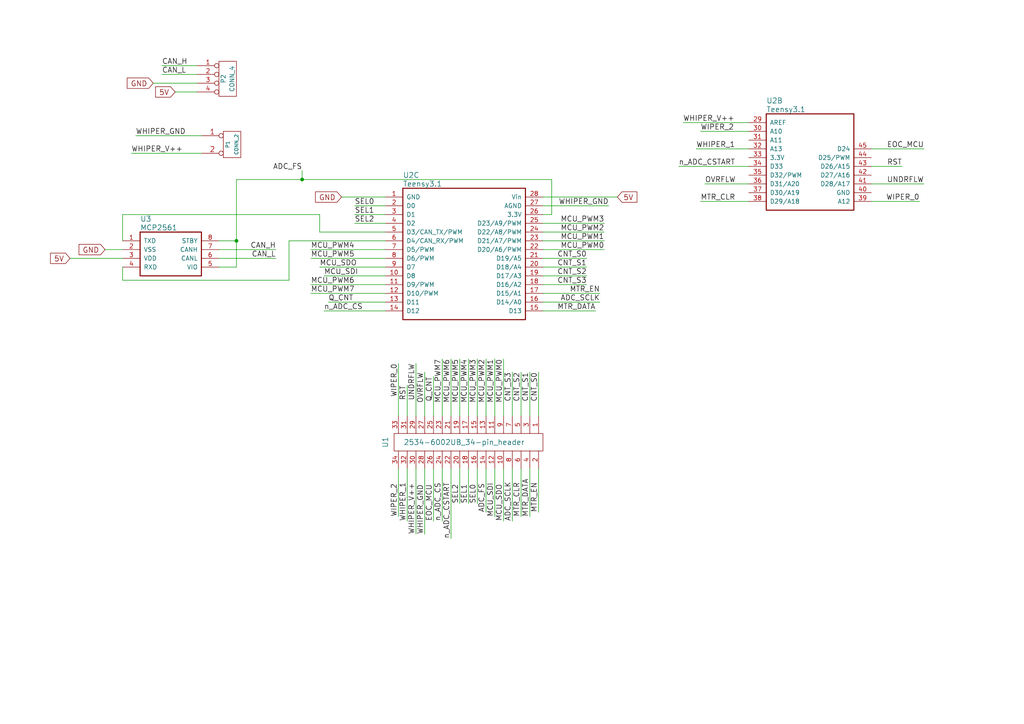
<source format=kicad_sch>
(kicad_sch (version 20230121) (generator eeschema)
  (paper "A4")
  (lib_symbols
    (symbol "arm_breakout-rescue:2534-6002UB_34-pin_header" (pin_names (offset 1.016))
      (property "Reference" "U" (at 0 -26.67 0))
      (property "Value" "2534-6002UB_34-pin_header" (at 0 -3.81 90))
      (symbol "2534-6002UB_34-pin_header_0_1"
        (rectangle (start -2.54 19.05) (end 2.54 -24.13))
      )
      (symbol "2534-6002UB_34-pin_header_1_1"
        (pin input line (at -7.62 17.78 0) (length 5.08) (name "~") (number "1"))
        (pin input line (at 7.62 7.62 180) (length 5.08) (name "~") (number "10"))
        (pin input line (at -7.62 5.08 0) (length 5.08) (name "~") (number "11"))
        (pin input line (at 7.62 5.08 180) (length 5.08) (name "~") (number "12"))
        (pin input line (at -7.62 2.54 0) (length 5.08) (name "~") (number "13"))
        (pin input line (at 7.62 2.54 180) (length 5.08) (name "~") (number "14"))
        (pin input line (at -7.62 0 0) (length 5.08) (name "~") (number "15"))
        (pin input line (at 7.62 0 180) (length 5.08) (name "~") (number "16"))
        (pin input line (at -7.62 -2.54 0) (length 5.08) (name "~") (number "17"))
        (pin input line (at 7.62 -2.54 180) (length 5.08) (name "~") (number "18"))
        (pin input line (at -7.62 -5.08 0) (length 5.08) (name "~") (number "19"))
        (pin input line (at 7.62 17.78 180) (length 5.08) (name "~") (number "2"))
        (pin input line (at 7.62 -5.08 180) (length 5.08) (name "~") (number "20"))
        (pin input line (at -7.62 -7.62 0) (length 5.08) (name "~") (number "21"))
        (pin input line (at 7.62 -7.62 180) (length 5.08) (name "~") (number "22"))
        (pin input line (at -7.62 -10.16 0) (length 5.08) (name "~") (number "23"))
        (pin input line (at 7.62 -10.16 180) (length 5.08) (name "~") (number "24"))
        (pin input line (at -7.62 -12.7 0) (length 5.08) (name "~") (number "25"))
        (pin input line (at 7.62 -12.7 180) (length 5.08) (name "~") (number "26"))
        (pin input line (at -7.62 -15.24 0) (length 5.08) (name "~") (number "27"))
        (pin input line (at 7.62 -15.24 180) (length 5.08) (name "~") (number "28"))
        (pin input line (at -7.62 -17.78 0) (length 5.08) (name "~") (number "29"))
        (pin input line (at -7.62 15.24 0) (length 5.08) (name "~") (number "3"))
        (pin input line (at 7.62 -17.78 180) (length 5.08) (name "~") (number "30"))
        (pin input line (at -7.62 -20.32 0) (length 5.08) (name "~") (number "31"))
        (pin input line (at 7.62 -20.32 180) (length 5.08) (name "~") (number "32"))
        (pin input line (at -7.62 -22.86 0) (length 5.08) (name "~") (number "33"))
        (pin input line (at 7.62 -22.86 180) (length 5.08) (name "~") (number "34"))
        (pin input line (at 7.62 15.24 180) (length 5.08) (name "~") (number "4"))
        (pin input line (at -7.62 12.7 0) (length 5.08) (name "~") (number "5"))
        (pin input line (at 7.62 12.7 180) (length 5.08) (name "~") (number "6"))
        (pin input line (at -7.62 10.16 0) (length 5.08) (name "~") (number "7"))
        (pin input line (at 7.62 10.16 180) (length 5.08) (name "~") (number "8"))
        (pin input line (at -7.62 7.62 0) (length 5.08) (name "~") (number "9"))
      )
    )
    (symbol "arm_breakout-rescue:CONN_2" (pin_names (offset 1.016) hide)
      (property "Reference" "P" (at -1.27 0 90))
      (property "Value" "CONN_2" (at 1.27 0 90))
      (symbol "CONN_2_0_1"
        (rectangle (start -2.54 3.81) (end 2.54 -3.81))
      )
      (symbol "CONN_2_1_1"
        (pin passive inverted (at -8.89 2.54 0) (length 6.35) (name "P1") (number "1"))
        (pin passive inverted (at -8.89 -2.54 0) (length 6.35) (name "PM") (number "2"))
      )
    )
    (symbol "arm_breakout-rescue:CONN_4" (pin_names (offset 1.016) hide)
      (property "Reference" "P" (at -1.27 0 90))
      (property "Value" "CONN_4" (at 1.27 0 90))
      (symbol "CONN_4_0_1"
        (rectangle (start -2.54 5.08) (end 2.54 -5.08))
      )
      (symbol "CONN_4_1_1"
        (pin passive inverted (at -8.89 3.81 0) (length 6.35) (name "P1") (number "1"))
        (pin passive inverted (at -8.89 1.27 0) (length 6.35) (name "P2") (number "2"))
        (pin passive inverted (at -8.89 -1.27 0) (length 6.35) (name "P3") (number "3"))
        (pin passive inverted (at -8.89 -3.81 0) (length 6.35) (name "P4") (number "4"))
      )
    )
    (symbol "arm_breakout:MCP2561" (pin_names (offset 1.016))
      (property "Reference" "U" (at -8.89 8.89 0))
      (property "Value" "MCP2561" (at -8.89 6.35 0))
      (symbol "MCP2561_1_1"
        (rectangle (start -8.89 5.08) (end 8.89 -7.62) (stroke (width 0.3048)))
        (pin bidirectional line (at -13.97 2.54 0) (length 5.08) (name "TXD") (number "1"))
        (pin bidirectional line (at -13.97 0 0) (length 5.08) (name "VSS") (number "2"))
        (pin bidirectional line (at -13.97 -2.54 0) (length 5.08) (name "VDD") (number "3"))
        (pin bidirectional line (at -13.97 -5.08 0) (length 5.08) (name "RXD") (number "4"))
        (pin bidirectional line (at 13.97 -5.08 180) (length 5.08) (name "VIO") (number "5"))
        (pin bidirectional line (at 13.97 -2.54 180) (length 5.08) (name "CANL") (number "6"))
        (pin bidirectional line (at 13.97 0 180) (length 5.08) (name "CANH") (number "7"))
        (pin bidirectional line (at 13.97 2.54 180) (length 5.08) (name "STBY") (number "8"))
      )
    )
    (symbol "arm_breakout:Teensy3.1" (pin_names (offset 1.016))
      (property "Reference" "U" (at 5.08 6.35 0))
      (property "Value" "Teensy3.1" (at 5.08 3.81 0))
      (symbol "Teensy3.1_1_1"
        (rectangle (start 5.08 2.54) (end 20.32 -10.16) (stroke (width 0.3048)))
        (pin bidirectional line (at 7.62 -15.24 90) (length 5.08) (name "DAC/A14") (number "46"))
        (pin bidirectional line (at 10.16 -15.24 90) (length 5.08) (name "Program") (number "47"))
        (pin bidirectional line (at 12.7 -15.24 90) (length 5.08) (name "GND") (number "48"))
        (pin bidirectional line (at 15.24 -15.24 90) (length 5.08) (name "3.3V") (number "49"))
        (pin bidirectional line (at 17.78 -15.24 90) (length 5.08) (name "Vbat") (number "50"))
      )
      (symbol "Teensy3.1_2_1"
        (rectangle (start 5.08 2.54) (end 30.48 -25.4) (stroke (width 0.3048)))
        (pin bidirectional line (at 0 0 0) (length 5.08) (name "AREF") (number "29"))
        (pin bidirectional line (at 0 -2.54 0) (length 5.08) (name "A10") (number "30"))
        (pin bidirectional line (at 0 -5.08 0) (length 5.08) (name "A11") (number "31"))
        (pin bidirectional line (at 0 -7.62 0) (length 5.08) (name "A13") (number "32"))
        (pin bidirectional line (at 0 -10.16 0) (length 5.08) (name "3.3V") (number "33"))
        (pin bidirectional line (at 0 -12.7 0) (length 5.08) (name "D33") (number "34"))
        (pin bidirectional line (at 0 -15.24 0) (length 5.08) (name "D32/PWM") (number "35"))
        (pin bidirectional line (at 0 -17.78 0) (length 5.08) (name "D31/A20") (number "36"))
        (pin bidirectional line (at 0 -20.32 0) (length 5.08) (name "D30/A19") (number "37"))
        (pin bidirectional line (at 0 -22.86 0) (length 5.08) (name "D29/A18") (number "38"))
        (pin bidirectional line (at 35.56 -22.86 180) (length 5.08) (name "A12") (number "39"))
        (pin bidirectional line (at 35.56 -20.32 180) (length 5.08) (name "GND") (number "40"))
        (pin bidirectional line (at 35.56 -17.78 180) (length 5.08) (name "D28/A17") (number "41"))
        (pin bidirectional line (at 35.56 -15.24 180) (length 5.08) (name "D27/A16") (number "42"))
        (pin bidirectional line (at 35.56 -12.7 180) (length 5.08) (name "D26/A15") (number "43"))
        (pin bidirectional line (at 35.56 -10.16 180) (length 5.08) (name "D25/PWM") (number "44"))
        (pin bidirectional line (at 35.56 -7.62 180) (length 5.08) (name "D24") (number "45"))
      )
      (symbol "Teensy3.1_3_1"
        (rectangle (start 5.08 2.54) (end 40.64 -35.56) (stroke (width 0.3048)))
        (pin bidirectional line (at 0 0 0) (length 5.08) (name "GND") (number "1"))
        (pin bidirectional line (at 0 -22.86 0) (length 5.08) (name "D8") (number "10"))
        (pin bidirectional line (at 0 -25.4 0) (length 5.08) (name "D9/PWM") (number "11"))
        (pin bidirectional line (at 0 -27.94 0) (length 5.08) (name "D10/PWM") (number "12"))
        (pin bidirectional line (at 0 -30.48 0) (length 5.08) (name "D11") (number "13"))
        (pin bidirectional line (at 0 -33.02 0) (length 5.08) (name "D12") (number "14"))
        (pin bidirectional line (at 45.72 -33.02 180) (length 5.08) (name "D13") (number "15"))
        (pin bidirectional line (at 45.72 -30.48 180) (length 5.08) (name "D14/A0") (number "16"))
        (pin bidirectional line (at 45.72 -27.94 180) (length 5.08) (name "D15/A1") (number "17"))
        (pin bidirectional line (at 45.72 -25.4 180) (length 5.08) (name "D16/A2") (number "18"))
        (pin bidirectional line (at 45.72 -22.86 180) (length 5.08) (name "D17/A3") (number "19"))
        (pin bidirectional line (at 0 -2.54 0) (length 5.08) (name "D0") (number "2"))
        (pin bidirectional line (at 45.72 -20.32 180) (length 5.08) (name "D18/A4") (number "20"))
        (pin bidirectional line (at 45.72 -17.78 180) (length 5.08) (name "D19/A5") (number "21"))
        (pin bidirectional line (at 45.72 -15.24 180) (length 5.08) (name "D20/A6/PWM") (number "22"))
        (pin bidirectional line (at 45.72 -12.7 180) (length 5.08) (name "D21/A7/PWM") (number "23"))
        (pin bidirectional line (at 45.72 -10.16 180) (length 5.08) (name "D22/A8/PWM") (number "24"))
        (pin bidirectional line (at 45.72 -7.62 180) (length 5.08) (name "D23/A9/PWM") (number "25"))
        (pin bidirectional line (at 45.72 -5.08 180) (length 5.08) (name "3.3V") (number "26"))
        (pin bidirectional line (at 45.72 -2.54 180) (length 5.08) (name "AGND") (number "27"))
        (pin bidirectional line (at 45.72 0 180) (length 5.08) (name "Vin") (number "28"))
        (pin bidirectional line (at 0 -5.08 0) (length 5.08) (name "D1") (number "3"))
        (pin bidirectional line (at 0 -7.62 0) (length 5.08) (name "D2") (number "4"))
        (pin bidirectional line (at 0 -10.16 0) (length 5.08) (name "D3/CAN_TX/PWM") (number "5"))
        (pin bidirectional line (at 0 -12.7 0) (length 5.08) (name "D4/CAN_RX/PWM") (number "6"))
        (pin bidirectional line (at 0 -15.24 0) (length 5.08) (name "D5/PWM") (number "7"))
        (pin bidirectional line (at 0 -17.78 0) (length 5.08) (name "D6/PWM") (number "8"))
        (pin bidirectional line (at 0 -20.32 0) (length 5.08) (name "D7") (number "9"))
      )
    )
  )
  (junction (at 87.63 52.07))
  (junction (at 68.58 69.85))
  (wire (pts (xy 179.07 57.15) (xy 157.48 57.15)))
  (wire (pts (xy 204.47 53.34) (xy 217.17 53.34)))
  (wire (pts (xy 125.73 151.13) (xy 125.73 135.89)))
  (wire (pts (xy 203.2 58.42) (xy 217.17 58.42)))
  (wire (pts (xy 135.89 135.89) (xy 135.89 146.05)))
  (wire (pts (xy 80.01 72.39) (xy 63.5 72.39)))
  (wire (pts (xy 175.26 69.85) (xy 157.48 69.85)))
  (wire (pts (xy 83.82 69.85) (xy 111.76 69.85)))
  (wire (pts (xy 123.19 107.95) (xy 123.19 120.65)))
  (wire (pts (xy 115.57 120.65) (xy 115.57 105.41)))
  (wire (pts (xy 50.8 26.67) (xy 57.15 26.67)))
  (wire (pts (xy 87.63 49.53) (xy 87.63 52.07)))
  (wire (pts (xy 95.25 87.63) (xy 111.76 87.63)))
  (wire (pts (xy 157.48 72.39) (xy 175.26 72.39)))
  (wire (pts (xy 115.57 135.89) (xy 115.57 149.86)))
  (wire (pts (xy 157.48 82.55) (xy 170.18 82.55)))
  (wire (pts (xy 173.99 87.63) (xy 157.48 87.63)))
  (wire (pts (xy 267.97 43.18) (xy 252.73 43.18)))
  (wire (pts (xy 261.62 48.26) (xy 252.73 48.26)))
  (wire (pts (xy 93.98 90.17) (xy 111.76 90.17)))
  (wire (pts (xy 140.97 104.14) (xy 140.97 120.65)))
  (wire (pts (xy 99.06 57.15) (xy 111.76 57.15)))
  (wire (pts (xy 92.71 67.31) (xy 111.76 67.31)))
  (wire (pts (xy 90.17 82.55) (xy 111.76 82.55)))
  (wire (pts (xy 143.51 120.65) (xy 143.51 104.14)))
  (wire (pts (xy 39.37 39.37) (xy 58.42 39.37)))
  (wire (pts (xy 83.82 81.28) (xy 83.82 69.85)))
  (wire (pts (xy 68.58 77.47) (xy 63.5 77.47)))
  (wire (pts (xy 217.17 43.18) (xy 201.93 43.18)))
  (wire (pts (xy 156.21 148.59) (xy 156.21 135.89)))
  (wire (pts (xy 118.11 111.76) (xy 118.11 120.65)))
  (wire (pts (xy 93.98 80.01) (xy 111.76 80.01)))
  (wire (pts (xy 87.63 52.07) (xy 160.02 52.07)))
  (wire (pts (xy 90.17 85.09) (xy 111.76 85.09)))
  (wire (pts (xy 203.2 38.1) (xy 217.17 38.1)))
  (wire (pts (xy 68.58 52.07) (xy 87.63 52.07)))
  (wire (pts (xy 130.81 156.21) (xy 130.81 135.89)))
  (wire (pts (xy 63.5 69.85) (xy 68.58 69.85)))
  (wire (pts (xy 120.65 154.94) (xy 120.65 135.89)))
  (wire (pts (xy 175.26 64.77) (xy 157.48 64.77)))
  (wire (pts (xy 35.56 69.85) (xy 35.56 62.23)))
  (wire (pts (xy 170.18 80.01) (xy 157.48 80.01)))
  (wire (pts (xy 146.05 104.14) (xy 146.05 120.65)))
  (wire (pts (xy 130.81 104.14) (xy 130.81 120.65)))
  (wire (pts (xy 35.56 62.23) (xy 92.71 62.23)))
  (wire (pts (xy 102.87 59.69) (xy 111.76 59.69)))
  (wire (pts (xy 198.12 35.56) (xy 217.17 35.56)))
  (wire (pts (xy 102.87 64.77) (xy 111.76 64.77)))
  (wire (pts (xy 148.59 120.65) (xy 148.59 107.95)))
  (wire (pts (xy 68.58 69.85) (xy 68.58 77.47)))
  (wire (pts (xy 267.97 53.34) (xy 252.73 53.34)))
  (wire (pts (xy 125.73 109.22) (xy 125.73 120.65)))
  (wire (pts (xy 68.58 52.07) (xy 68.58 69.85)))
  (wire (pts (xy 140.97 148.59) (xy 140.97 135.89)))
  (wire (pts (xy 90.17 72.39) (xy 111.76 72.39)))
  (wire (pts (xy 111.76 62.23) (xy 102.87 62.23)))
  (wire (pts (xy 120.65 120.65) (xy 120.65 105.41)))
  (wire (pts (xy 35.56 77.47) (xy 35.56 81.28)))
  (wire (pts (xy 123.19 154.94) (xy 123.19 135.89)))
  (wire (pts (xy 118.11 151.13) (xy 118.11 135.89)))
  (wire (pts (xy 153.67 120.65) (xy 153.67 107.95)))
  (wire (pts (xy 157.48 77.47) (xy 170.18 77.47)))
  (wire (pts (xy 128.27 151.13) (xy 128.27 135.89)))
  (wire (pts (xy 20.32 74.93) (xy 35.56 74.93)))
  (wire (pts (xy 156.21 107.95) (xy 156.21 120.65)))
  (wire (pts (xy 157.48 67.31) (xy 175.26 67.31)))
  (wire (pts (xy 128.27 120.65) (xy 128.27 104.14)))
  (wire (pts (xy 138.43 146.05) (xy 138.43 135.89)))
  (wire (pts (xy 148.59 151.13) (xy 148.59 135.89)))
  (wire (pts (xy 135.89 104.14) (xy 135.89 120.65)))
  (wire (pts (xy 92.71 62.23) (xy 92.71 67.31)))
  (wire (pts (xy 143.51 135.89) (xy 143.51 149.86)))
  (wire (pts (xy 44.45 24.13) (xy 57.15 24.13)))
  (wire (pts (xy 138.43 120.65) (xy 138.43 104.14)))
  (wire (pts (xy 170.18 74.93) (xy 157.48 74.93)))
  (wire (pts (xy 92.71 77.47) (xy 111.76 77.47)))
  (wire (pts (xy 35.56 81.28) (xy 83.82 81.28)))
  (wire (pts (xy 151.13 107.95) (xy 151.13 120.65)))
  (wire (pts (xy 57.15 19.05) (xy 46.99 19.05)))
  (wire (pts (xy 176.53 59.69) (xy 157.48 59.69)))
  (wire (pts (xy 133.35 135.89) (xy 133.35 146.05)))
  (wire (pts (xy 151.13 149.86) (xy 151.13 135.89)))
  (wire (pts (xy 46.99 21.59) (xy 57.15 21.59)))
  (wire (pts (xy 266.7 58.42) (xy 252.73 58.42)))
  (wire (pts (xy 146.05 151.13) (xy 146.05 135.89)))
  (wire (pts (xy 196.85 48.26) (xy 217.17 48.26)))
  (wire (pts (xy 30.48 72.39) (xy 35.56 72.39)))
  (wire (pts (xy 80.01 74.93) (xy 63.5 74.93)))
  (wire (pts (xy 133.35 120.65) (xy 133.35 104.14)))
  (wire (pts (xy 153.67 149.86) (xy 153.67 135.89)))
  (wire (pts (xy 58.42 44.45) (xy 38.1 44.45)))
  (wire (pts (xy 172.72 90.17) (xy 157.48 90.17)))
  (wire (pts (xy 160.02 62.23) (xy 157.48 62.23)))
  (wire (pts (xy 173.99 85.09) (xy 157.48 85.09)))
  (wire (pts (xy 160.02 52.07) (xy 160.02 62.23)))
  (wire (pts (xy 90.17 74.93) (xy 111.76 74.93)))
  (label "CAN_H" (at 46.99 19.05 0) (effects (font (size 1.524 1.524))))
  (label "RST" (at 261.62 48.26 180) (effects (font (size 1.524 1.524))))
  (label "SEL2" (at 133.35 146.05 90) (effects (font (size 1.524 1.524))))
  (label "n_ADC_CSTART" (at 196.85 48.26 0) (effects (font (size 1.524 1.524))))
  (label "MCU_PWM7" (at 128.27 104.14 270) (effects (font (size 1.524 1.524))))
  (label "WHIPER_V++" (at 120.65 154.94 90) (effects (font (size 1.524 1.524))))
  (label "SEL1" (at 102.87 62.23 0) (effects (font (size 1.524 1.524))))
  (label "SEL0" (at 102.87 59.69 0) (effects (font (size 1.524 1.524))))
  (label "SEL2" (at 102.87 64.77 0) (effects (font (size 1.524 1.524))))
  (label "CNT_S0" (at 156.21 107.95 270) (effects (font (size 1.524 1.524))))
  (label "MTR_DATA" (at 153.67 149.86 90) (effects (font (size 1.524 1.524))))
  (label "CAN_L" (at 80.01 74.93 180) (effects (font (size 1.524 1.524))))
  (label "WIPER_2" (at 203.2 38.1 0) (effects (font (size 1.524 1.524))))
  (label "UNDRFLW" (at 267.97 53.34 180) (effects (font (size 1.524 1.524))))
  (label "CAN_H" (at 80.01 72.39 180) (effects (font (size 1.524 1.524))))
  (label "CNT_S3" (at 170.18 82.55 180) (effects (font (size 1.524 1.524))))
  (label "MCU_PWM4" (at 90.17 72.39 0) (effects (font (size 1.524 1.524))))
  (label "n_ADC_CS" (at 93.98 90.17 0) (effects (font (size 1.524 1.524))))
  (label "MCU_PWM3" (at 138.43 104.14 270) (effects (font (size 1.524 1.524))))
  (label "MTR_EN" (at 156.21 148.59 90) (effects (font (size 1.524 1.524))))
  (label "UNDRFLW" (at 120.65 105.41 270) (effects (font (size 1.524 1.524))))
  (label "ADC_SCLK" (at 148.59 151.13 90) (effects (font (size 1.524 1.524))))
  (label "WHIPER_GND" (at 39.37 39.37 0) (effects (font (size 1.524 1.524))))
  (label "MCU_SDI" (at 143.51 149.86 90) (effects (font (size 1.524 1.524))))
  (label "MCU_PWM0" (at 175.26 72.39 180) (effects (font (size 1.524 1.524))))
  (label "MCU_PWM2" (at 140.97 104.14 270) (effects (font (size 1.524 1.524))))
  (label "MCU_PWM1" (at 143.51 104.14 270) (effects (font (size 1.524 1.524))))
  (label "MCU_SDO" (at 92.71 77.47 0) (effects (font (size 1.524 1.524))))
  (label "MTR_DATA" (at 172.72 90.17 180) (effects (font (size 1.524 1.524))))
  (label "WHIPER_1" (at 201.93 43.18 0) (effects (font (size 1.524 1.524))))
  (label "MCU_PWM1" (at 175.26 69.85 180) (effects (font (size 1.524 1.524))))
  (label "MCU_PWM7" (at 90.17 85.09 0) (effects (font (size 1.524 1.524))))
  (label "WIPER_2" (at 115.57 149.86 90) (effects (font (size 1.524 1.524))))
  (label "n_ADC_CS" (at 128.27 151.13 90) (effects (font (size 1.524 1.524))))
  (label "WHIPER_GND" (at 176.53 59.69 180) (effects (font (size 1.524 1.524))))
  (label "CNT_S2" (at 170.18 80.01 180) (effects (font (size 1.524 1.524))))
  (label "Q_CNT" (at 125.73 109.22 270) (effects (font (size 1.524 1.524))))
  (label "CNT_S1" (at 153.67 107.95 270) (effects (font (size 1.524 1.524))))
  (label "MCU_PWM5" (at 133.35 104.14 270) (effects (font (size 1.524 1.524))))
  (label "CNT_S3" (at 148.59 107.95 270) (effects (font (size 1.524 1.524))))
  (label "EOC_MCU" (at 267.97 43.18 180) (effects (font (size 1.524 1.524))))
  (label "WIPER_0" (at 266.7 58.42 180) (effects (font (size 1.524 1.524))))
  (label "MTR_EN" (at 173.99 85.09 180) (effects (font (size 1.524 1.524))))
  (label "OVRFLW" (at 204.47 53.34 0) (effects (font (size 1.524 1.524))))
  (label "CNT_S1" (at 170.18 77.47 180) (effects (font (size 1.524 1.524))))
  (label "WHIPER_V++" (at 38.1 44.45 0) (effects (font (size 1.524 1.524))))
  (label "MTR_CLR" (at 151.13 149.86 90) (effects (font (size 1.524 1.524))))
  (label "OVRFLW" (at 123.19 107.95 270) (effects (font (size 1.524 1.524))))
  (label "RST" (at 118.11 111.76 270) (effects (font (size 1.524 1.524))))
  (label "MCU_PWM5" (at 90.17 74.93 0) (effects (font (size 1.524 1.524))))
  (label "WHIPER_GND" (at 123.19 154.94 90) (effects (font (size 1.524 1.524))))
  (label "MCU_PWM6" (at 130.81 104.14 270) (effects (font (size 1.524 1.524))))
  (label "WHIPER_1" (at 118.11 151.13 90) (effects (font (size 1.524 1.524))))
  (label "n_ADC_CSTART" (at 130.81 156.21 90) (effects (font (size 1.524 1.524))))
  (label "CNT_S0" (at 170.18 74.93 180) (effects (font (size 1.524 1.524))))
  (label "MCU_PWM6" (at 90.17 82.55 0) (effects (font (size 1.524 1.524))))
  (label "Q_CNT" (at 95.25 87.63 0) (effects (font (size 1.524 1.524))))
  (label "SEL1" (at 135.89 146.05 90) (effects (font (size 1.524 1.524))))
  (label "EOC_MCU" (at 125.73 151.13 90) (effects (font (size 1.524 1.524))))
  (label "ADC_FS" (at 140.97 148.59 90) (effects (font (size 1.524 1.524))))
  (label "ADC_SCLK" (at 173.99 87.63 180) (effects (font (size 1.524 1.524))))
  (label "CNT_S2" (at 151.13 107.95 270) (effects (font (size 1.524 1.524))))
  (label "MCU_PWM4" (at 135.89 104.14 270) (effects (font (size 1.524 1.524))))
  (label "MCU_SDI" (at 93.98 80.01 0) (effects (font (size 1.524 1.524))))
  (label "WIPER_0" (at 115.57 105.41 270) (effects (font (size 1.524 1.524))))
  (label "MCU_PWM2" (at 175.26 67.31 180) (effects (font (size 1.524 1.524))))
  (label "MCU_PWM3" (at 175.26 64.77 180) (effects (font (size 1.524 1.524))))
  (label "SEL0" (at 138.43 146.05 90) (effects (font (size 1.524 1.524))))
  (label "CAN_L" (at 46.99 21.59 0) (effects (font (size 1.524 1.524))))
  (label "MTR_CLR" (at 203.2 58.42 0) (effects (font (size 1.524 1.524))))
  (label "WHIPER_V++" (at 198.12 35.56 0) (effects (font (size 1.524 1.524))))
  (label "MCU_SDO" (at 146.05 151.13 90) (effects (font (size 1.524 1.524))))
  (label "MCU_PWM0" (at 146.05 104.14 270) (effects (font (size 1.524 1.524))))
  (label "ADC_FS" (at 87.63 49.53 180) (effects (font (size 1.524 1.524))))
  (global_label "GND" (shape input) (at 99.06 57.15 180) (effects (font (size 1.524 1.524))) (property "Intersheetrefs" "${INTERSHEET_REFS}" (effects hide)))
  (global_label "GND" (shape input) (at 30.48 72.39 180) (effects (font (size 1.524 1.524))) (property "Intersheetrefs" "${INTERSHEET_REFS}" (effects hide)))
  (global_label "5V" (shape input) (at 20.32 74.93 180) (effects (font (size 1.524 1.524))) (property "Intersheetrefs" "${INTERSHEET_REFS}" (effects hide)))
  (global_label "5V" (shape input) (at 50.8 26.67 180) (effects (font (size 1.524 1.524))) (property "Intersheetrefs" "${INTERSHEET_REFS}" (effects hide)))
  (global_label "GND" (shape input) (at 44.45 24.13 180) (effects (font (size 1.524 1.524))) (property "Intersheetrefs" "${INTERSHEET_REFS}" (effects hide)))
  (global_label "5V" (shape input) (at 179.07 57.15 0) (effects (font (size 1.524 1.524))) (property "Intersheetrefs" "${INTERSHEET_REFS}" (effects hide)))
  (symbol (lib_id "arm_breakout:MCP2561") (at 49.53 72.39 0) (unit 1)
    (property "Reference" "U3" (at 40.64 63.5 0) (effects (font (size 1.524 1.524)) (justify left)))
    (property "Value" "MCP2561" (at 40.64 66.04 0) (effects (font (size 1.524 1.524)) (justify left)))
    (property "Footprint" "ArmFootprints:MCP2562_dip" (effects hide))
  )
  (symbol (lib_id "arm_breakout-rescue:2534-6002UB_34-pin_header") (at 138.43 128.27 270) (unit 1)
    (property "Reference" "U1" (at 111.76 128.27 0) (effects (font (size 1.524 1.524))))
    (property "Value" "2534-6002UB_34-pin_header" (at 134.62 128.27 90) (effects (font (size 1.524 1.524))))
    (property "Footprint" "ArmFootprints:34-pin_2534-6002UB_WIDE" (effects hide))
  )
  (symbol (lib_id "arm_breakout:Teensy3.1") (at 111.76 57.15 0) (unit 3)
    (property "Reference" "U2" (at 116.84 50.8 0) (effects (font (size 1.524 1.524)) (justify left)))
    (property "Value" "Teensy3.1" (at 116.84 53.34 0) (effects (font (size 1.524 1.524)) (justify left)))
    (property "Footprint" "ArmFootprints:Teensy3.1" (effects hide))
  )
  (symbol (lib_id "arm_breakout:Teensy3.1") (at 217.17 35.56 0) (unit 2)
    (property "Reference" "U2" (at 222.25 29.21 0) (effects (font (size 1.524 1.524)) (justify left)))
    (property "Value" "Teensy3.1" (at 222.25 31.75 0) (effects (font (size 1.524 1.524)) (justify left)))
    (property "Footprint" "ArmFootprints:Teensy3.1" (effects hide))
  )
  (symbol (lib_id "arm_breakout-rescue:CONN_4") (at 66.04 22.86 0) (unit 1)
    (property "Reference" "P2" (at 64.77 22.86 90))
    (property "Value" "CONN_4" (at 67.31 22.86 90))
    (property "Footprint" "ArmFootprints:4-pin_connector" (effects hide))
  )
  (symbol (lib_id "arm_breakout-rescue:CONN_2") (at 67.31 41.91 0) (unit 1)
    (property "Reference" "P1" (at 66.04 41.91 90) (effects (font (size 1.016 1.016))))
    (property "Value" "CONN_2" (at 68.58 41.91 90) (effects (font (size 1.016 1.016))))
    (property "Footprint" "ArmFootprints:2-pin-connector" (effects hide))
  )
)
</source>
